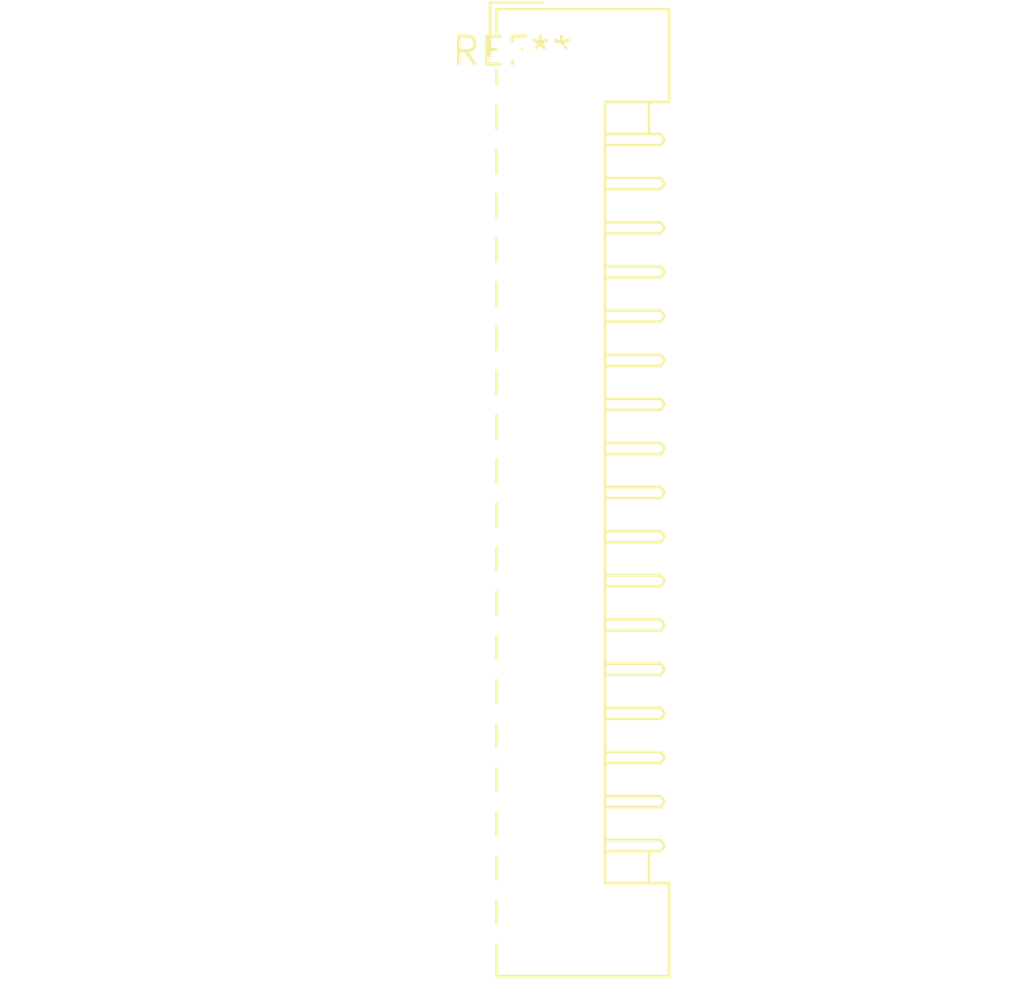
<source format=kicad_pcb>
(kicad_pcb (version 20240108) (generator pcbnew)
  (layers (0 "F.Cu" signal) (31 "B.Cu" signal) (34 "B.Paste" user) (35 "F.Paste" user) (36 "B.SilkS" user "B.Silkscreen") (37 "F.SilkS" user "F.Silkscreen") (38 "B.Mask" user) (39 "F.Mask" user) (44 "Edge.Cuts" user))
  (net 0 "")
  (footprint "JAE_LY20-42P-DLT1_2x21_P2.00mm_Horizontal" (layer "F.Cu") (at 0 0)
    (property "Reference" "REF**")
    (property "Value" "JAE_LY20-42P-DLT1_2x21_P2.00mm_Horizontal")
    (fp_line (start -1.01 -2.21) (end -1.01 0.2) (layer "F.SilkS") (stroke (width 0.12)))
    (fp_line (start -0.71 -1.91) (end -0.71 -0.86) (layer "F.SilkS") (stroke (width 0.12)))
    (fp_line (start -0.71 -1.91) (end 7.11 -1.91) (layer "F.SilkS") (stroke (width 0.12)))
    (fp_line (start -0.71 0.86) (end -0.71 1.514717) (layer "F.SilkS") (stroke (width 0.12)))
    (fp_line (start -0.71 2.485283) (end -0.71 3.514717) (layer "F.SilkS") (stroke (width 0.12)))
    (fp_line (start -0.71 4.485283) (end -0.71 5.514717) (layer "F.SilkS") (stroke (width 0.12)))
    (fp_line (start -0.71 6.485283) (end -0.71 7.514717) (layer "F.SilkS") (stroke (width 0.12)))
    (fp_line (start -0.71 8.485283) (end -0.71 9.514717) (layer "F.SilkS") (stroke (width 0.12)))
    (fp_line (start -0.71 10.485283) (end -0.71 11.514717) (layer "F.SilkS") (stroke (width 0.12)))
    (fp_line (start -0.71 12.485283) (end -0.71 13.514717) (layer "F.SilkS") (stroke (width 0.12)))
    (fp_line (start -0.71 14.485283) (end -0.71 15.514717) (layer "F.SilkS") (stroke (width 0.12)))
    (fp_line (start -0.71 16.485283) (end -0.71 17.514717) (layer "F.SilkS") (stroke (width 0.12)))
    (fp_line (start -0.71 18.485283) (end -0.71 19.514717) (layer "F.SilkS") (stroke (width 0.12)))
    (fp_line (start -0.71 20.485283) (end -0.71 21.514717) (layer "F.SilkS") (stroke (width 0.12)))
    (fp_line (start -0.71 22.485283) (end -0.71 23.514717) (layer "F.SilkS") (stroke (width 0.12)))
    (fp_line (start -0.71 24.485283) (end -0.71 25.514717) (layer "F.SilkS") (stroke (width 0.12)))
    (fp_line (start -0.71 26.485283) (end -0.71 27.514717) (layer "F.SilkS") (stroke (width 0.12)))
    (fp_line (start -0.71 28.485283) (end -0.71 29.514717) (layer "F.SilkS") (stroke (width 0.12)))
    (fp_line (start -0.71 30.485283) (end -0.71 31.514717) (layer "F.SilkS") (stroke (width 0.12)))
    (fp_line (start -0.71 32.485283) (end -0.71 33.514717) (layer "F.SilkS") (stroke (width 0.12)))
    (fp_line (start -0.71 34.485283) (end -0.71 35.514717) (layer "F.SilkS") (stroke (width 0.12)))
    (fp_line (start -0.71 36.485283) (end -0.71 37.514717) (layer "F.SilkS") (stroke (width 0.12)))
    (fp_line (start -0.71 38.485283) (end -0.71 39.514717) (layer "F.SilkS") (stroke (width 0.12)))
    (fp_line (start -0.71 40.485283) (end -0.71 41.91) (layer "F.SilkS") (stroke (width 0.12)))
    (fp_line (start -0.71 41.91) (end 7.11 41.91) (layer "F.SilkS") (stroke (width 0.12)))
    (fp_line (start 1.4 -2.21) (end -1.01 -2.21) (layer "F.SilkS") (stroke (width 0.12)))
    (fp_line (start 4.2 2.3) (end 4.2 20) (layer "F.SilkS") (stroke (width 0.12)))
    (fp_line (start 4.2 3.75) (end 6.733333 3.75) (layer "F.SilkS") (stroke (width 0.12)))
    (fp_line (start 4.2 5.75) (end 6.733333 5.75) (layer "F.SilkS") (stroke (width 0.12)))
    (fp_line (start 4.2 7.75) (end 6.733333 7.75) (layer "F.SilkS") (stroke (width 0.12)))
    (fp_line (start 4.2 9.75) (end 6.733333 9.75) (layer "F.SilkS") (stroke (width 0.12)))
    (fp_line (start 4.2 11.75) (end 6.733333 11.75) (layer "F.SilkS") (stroke (width 0.12)))
    (fp_line (start 4.2 13.75) (end 6.733333 13.75) (layer "F.SilkS") (stroke (width 0.12)))
    (fp_line (start 4.2 15.75) (end 6.733333 15.75) (layer "F.SilkS") (stroke (width 0.12)))
    (fp_line (start 4.2 17.75) (end 6.733333 17.75) (layer "F.SilkS") (stroke (width 0.12)))
    (fp_line (start 4.2 19.75) (end 6.733333 19.75) (layer "F.SilkS") (stroke (width 0.12)))
    (fp_line (start 4.2 21.75) (end 6.733333 21.75) (layer "F.SilkS") (stroke (width 0.12)))
    (fp_line (start 4.2 23.75) (end 6.733333 23.75) (layer "F.SilkS") (stroke (width 0.12)))
    (fp_line (start 4.2 25.75) (end 6.733333 25.75) (layer "F.SilkS") (stroke (width 0.12)))
    (fp_line (start 4.2 27.75) (end 6.733333 27.75) (layer "F.SilkS") (stroke (width 0.12)))
    (fp_line (start 4.2 29.75) (end 6.733333 29.75) (layer "F.SilkS") (stroke (width 0.12)))
    (fp_line (start 4.2 31.75) (end 6.733333 31.75) (layer "F.SilkS") (stroke (width 0.12)))
    (fp_line (start 4.2 33.75) (end 6.733333 33.75) (layer "F.SilkS") (stroke (width 0.12)))
    (fp_line (start 4.2 35.75) (end 6.733333 35.75) (layer "F.SilkS") (stroke (width 0.12)))
    (fp_line (start 4.2 37.7) (end 4.2 20) (layer "F.SilkS") (stroke (width 0.12)))
    (fp_line (start 6.2 2.3) (end 6.2 3.75) (layer "F.SilkS") (stroke (width 0.12)))
    (fp_line (start 6.2 37.7) (end 6.2 36.25) (layer "F.SilkS") (stroke (width 0.12)))
    (fp_line (start 6.733333 3.75) (end 6.9 4) (layer "F.SilkS") (stroke (width 0.12)))
    (fp_line (start 6.733333 4.25) (end 4.2 4.25) (layer "F.SilkS") (stroke (width 0.12)))
    (fp_line (start 6.733333 5.75) (end 6.9 6) (layer "F.SilkS") (stroke (width 0.12)))
    (fp_line (start 6.733333 6.25) (end 4.2 6.25) (layer "F.SilkS") (stroke (width 0.12)))
    (fp_line (start 6.733333 7.75) (end 6.9 8) (layer "F.SilkS") (stroke (width 0.12)))
    (fp_line (start 6.733333 8.25) (end 4.2 8.25) (layer "F.SilkS") (stroke (width 0.12)))
    (fp_line (start 6.733333 9.75) (end 6.9 10) (layer "F.SilkS") (stroke (width 0.12)))
    (fp_line (start 6.733333 10.25) (end 4.2 10.25) (layer "F.SilkS") (stroke (width 0.12)))
    (fp_line (start 6.733333 11.75) (end 6.9 12) (layer "F.SilkS") (stroke (width 0.12)))
    (fp_line (start 6.733333 12.25) (end 4.2 12.25) (layer "F.SilkS") (stroke (width 0.12)))
    (fp_line (start 6.733333 13.75) (end 6.9 14) (layer "F.SilkS") (stroke (width 0.12)))
    (fp_line (start 6.733333 14.25) (end 4.2 14.25) (layer "F.SilkS") (stroke (width 0.12)))
    (fp_line (start 6.733333 15.75) (end 6.9 16) (layer "F.SilkS") (stroke (width 0.12)))
    (fp_line (start 6.733333 16.25) (end 4.2 16.25) (layer "F.SilkS") (stroke (width 0.12)))
    (fp_line (start 6.733333 17.75) (end 6.9 18) (layer "F.SilkS") (stroke (width 0.12)))
    (fp_line (start 6.733333 18.25) (end 4.2 18.25) (layer "F.SilkS") (stroke (width 0.12)))
    (fp_line (start 6.733333 19.75) (end 6.9 20) (layer "F.SilkS") (stroke (width 0.12)))
    (fp_line (start 6.733333 20.25) (end 4.2 20.25) (layer "F.SilkS") (stroke (width 0.12)))
    (fp_line (start 6.733333 21.75) (end 6.9 22) (layer "F.SilkS") (stroke (width 0.12)))
    (fp_line (start 6.733333 22.25) (end 4.2 22.25) (layer "F.SilkS") (stroke (width 0.12)))
    (fp_line (start 6.733333 23.75) (end 6.9 24) (layer "F.SilkS") (stroke (width 0.12)))
    (fp_line (start 6.733333 24.25) (end 4.2 24.25) (layer "F.SilkS") (stroke (width 0.12)))
    (fp_line (start 6.733333 25.75) (end 6.9 26) (layer "F.SilkS") (stroke (width 0.12)))
    (fp_line (start 6.733333 26.25) (end 4.2 26.25) (layer "F.SilkS") (stroke (width 0.12)))
    (fp_line (start 6.733333 27.75) (end 6.9 28) (layer "F.SilkS") (stroke (width 0.12)))
    (fp_line (start 6.733333 28.25) (end 4.2 28.25) (layer "F.SilkS") (stroke (width 0.12)))
    (fp_line (start 6.733333 29.75) (end 6.9 30) (layer "F.SilkS") (stroke (width 0.12)))
    (fp_line (start 6.733333 30.25) (end 4.2 30.25) (layer "F.SilkS") (stroke (width 0.12)))
    (fp_line (start 6.733333 31.75) (end 6.9 32) (layer "F.SilkS") (stroke (width 0.12)))
    (fp_line (start 6.733333 32.25) (end 4.2 32.25) (layer "F.SilkS") (stroke (width 0.12)))
    (fp_line (start 6.733333 33.75) (end 6.9 34) (layer "F.SilkS") (stroke (width 0.12)))
    (fp_line (start 6.733333 34.25) (end 4.2 34.25) (layer "F.SilkS") (stroke (width 0.12)))
    (fp_line (start 6.733333 35.75) (end 6.9 36) (layer "F.SilkS") (stroke (width 0.12)))
    (fp_line (start 6.733333 36.25) (end 4.2 36.25) (layer "F.SilkS") (stroke (width 0.12)))
    (fp_line (start 6.9 4) (end 6.733333 4.25) (layer "F.SilkS") (stroke (width 0.12)))
    (fp_line (start 6.9 6) (end 6.733333 6.25) (layer "F.SilkS") (stroke (width 0.12)))
    (fp_line (start 6.9 8) (end 6.733333 8.25) (layer "F.SilkS") (stroke (width 0.12)))
    (fp_line (start 6.9 10) (end 6.733333 10.25) (layer "F.SilkS") (stroke (width 0.12)))
    (fp_line (start 6.9 12) (end 6.733333 12.25) (layer "F.SilkS") (stroke (width 0.12)))
    (fp_line (start 6.9 14) (end 6.733333 14.25) (layer "F.SilkS") (stroke (width 0.12)))
    (fp_line (start 6.9 16) (end 6.733333 16.25) (layer "F.SilkS") (stroke (width 0.12)))
    (fp_line (start 6.9 18) (end 6.733333 18.25) (layer "F.SilkS") (stroke (width 0.12)))
    (fp_line (start 6.9 20) (end 6.733333 20.25) (layer "F.SilkS") (stroke (width 0.12)))
    (fp_line (start 6.9 22) (end 6.733333 22.25) (layer "F.SilkS") (stroke (width 0.12)))
    (fp_line (start 6.9 24) (end 6.733333 24.25) (layer "F.SilkS") (stroke (width 0.12)))
    (fp_line (start 6.9 26) (end 6.733333 26.25) (layer "F.SilkS") (stroke (width 0.12)))
    (fp_line (start 6.9 28) (end 6.733333 28.25) (layer "F.SilkS") (stroke (width 0.12)))
    (fp_line (start 6.9 30) (end 6.733333 30.25) (layer "F.SilkS") (stroke (width 0.12)))
    (fp_line (start 6.9 32) (end 6.733333 32.25) (layer "F.SilkS") (stroke (width 0.12)))
    (fp_line (start 6.9 34) (end 6.733333 34.25) (layer "F.SilkS") (stroke (width 0.12)))
    (fp_line (start 6.9 36) (end 6.733333 36.25) (layer "F.SilkS") (stroke (width 0.12)))
    (fp_line (start 7.11 -1.91) (end 7.11 2.3) (layer "F.SilkS") (stroke (width 0.12)))
    (fp_line (start 7.11 2.3) (end 4.2 2.3) (layer "F.SilkS") (stroke (width 0.12)))
    (fp_line (start 7.11 37.7) (end 4.2 37.7) (layer "F.SilkS") (stroke (width 0.12)))
    (fp_line (start 7.11 41.91) (end 7.11 37.7) (layer "F.SilkS") (stroke (width 0.12)))
    (pad "a1" thru_hole roundrect (at 0 0) (size 1.2 1.2) (drill 0.8) (layers *.Cu *.Mask) (remove_unused_layers) (roundrect_rratio 0.208333))
    (pad "a2" thru_hole circle (at 0 2) (size 1.2 1.2) (drill 0.8) (layers *.Cu *.Mask) (remove_unused_layers))
    (pad "a3" thru_hole circle (at 0 4) (size 1.2 1.2) (drill 0.8) (layers *.Cu *.Mask) (remove_unused_layers))
    (pad "a4" thru_hole circle (at 0 6) (size 1.2 1.2) (drill 0.8) (layers *.Cu *.Mask) (remove_unused_layers))
    (pad "a5" thru_hole circle (at 0 8) (size 1.2 1.2) (drill 0.8) (layers *.Cu *.Mask) (remove_unused_layers))
    (pad "a6" thru_hole circle (at 0 10) (size 1.2 1.2) (drill 0.8) (layers *.Cu *.Mask) (remove_unused_layers))
    (pad "a7" thru_hole circle (at 0 12) (size 1.2 1.2) (drill 0.8) (layers *.Cu *.Mask) (remove_unused_layers))
    (pad "a8" thru_hole circle (at 0 14) (size 1.2 1.2) (drill 0.8) (layers *.Cu *.Mask) (remove_unused_layers))
    (pad "a9" thru_hole circle (at 0 16) (size 1.2 1.2) (drill 0.8) (layers *.Cu *.Mask) (remove_unused_layers))
    (pad "a10" thru_hole circle (at 0 18) (size 1.2 1.2) (drill 0.8) (layers *.Cu *.Mask) (remove_unused_layers))
    (pad "a11" thru_hole circle (at 0 20) (size 1.2 1.2) (drill 0.8) (layers *.Cu *.Mask) (remove_unused_layers))
    (pad "a12" thru_hole circle (at 0 22) (size 1.2 1.2) (drill 0.8) (layers *.Cu *.Mask) (remove_unused_layers))
    (pad "a13" thru_hole circle (at 0 24) (size 1.2 1.2) (drill 0.8) (layers *.Cu *.Mask) (remove_unused_layers))
    (pad "a14" thru_hole circle (at 0 26) (size 1.2 1.2) (drill 0.8) (layers *.Cu *.Mask) (remove_unused_layers))
    (pad "a15" thru_hole circle (at 0 28) (size 1.2 1.2) (drill 0.8) (layers *.Cu *.Mask) (remove_unused_layers))
    (pad "a16" thru_hole circle (at 0 30) (size 1.2 1.2) (drill 0.8) (layers *.Cu *.Mask) (remove_unused_layers))
    (pad "a17" thru_hole circle (at 0 32) (size 1.2 1.2) (drill 0.8) (layers *.Cu *.Mask) (remove_unused_layers))
    (pad "a18" thru_hole circle (at 0 34) (size 1.2 1.2) (drill 0.8) (layers *.Cu *.Mask) (remove_unused_layers))
    (pad "a19" thru_hole circle (at 0 36) (size 1.2 1.2) (drill 0.8) (layers *.Cu *.Mask) (remove_unused_layers))
    (pad "a20" thru_hole circle (at 0 38) (size 1.2 1.2) (drill 0.8) (layers *.Cu *.Mask) (remove_unused_layers))
    (pad "a21" thru_hole circle (at 0 40) (size 1.2 1.2) (drill 0.8) (layers *.Cu *.Mask) (remove_unused_layers))
    (pad "b1" thru_hole circle (at 2 0) (size 1.2 1.2) (drill 0.8) (layers *.Cu *.Mask) (remove_unused_layers))
    (pad "b2" thru_hole circle (at 2 2) (size 1.2 1.2) (drill 0.8) (layers *.Cu *.Mask) (remove_unused_layers))
    (pad "b3" thru_hole circle (at 2 4) (size 1.2 1.2) (drill 0.8) (layers *.Cu *.Mask) (remove_unused_layers))
    (pad "b4" thru_hole circle (at 2 6) (size 1.2 1.2) (drill 0.8) (layers *.Cu *.Mask) (remove_unused_layers))
    (pad "b5" thru_hole circle (at 2 8) (size 1.2 1.2) (drill 0.8) (layers *.Cu *.Mask) (remove_unused_layers))
    (pad "b6" thru_hole circle (at 2 10) (size 1.2 1.2) (drill 0.8) (layers *.Cu *.Mask) (remove_unused_layers))
    (pad "b7" thru_hole circle (at 2 12) (size 1.2 1.2) (drill 0.8) (layers *.Cu *.Mask) (remove_unused_layers))
    (pad "b8" thru_hole circle (at 2 14) (size 1.2 1.2) (drill 0.8) (layers *.Cu *.Mask) (remove_unused_layers))
    (pad "b9" thru_hole circle (at 2 16) (size 1.2 1.2) (drill 0.8) (layers *.Cu *.Mask) (remove_unused_layers))
    (pad "b10" thru_hole circle (at 2 18) (size 1.2 1.2) (drill 0.8) (layers *.Cu *.Mask) (remove_unused_layers))
    (pad "b11" thru_hole circle (at 2 20) (size 1.2 1.2) (drill 0.8) (layers *.Cu *.Mask) (remove_unused_layers))
    (pad "b12" thru_hole circle (at 2 22) (size 1.2 1.2) (drill 0.8) (layers *.Cu *.Mask) (remove_unused_layers))
    (pad "b13" thru_hole circle (at 2 24) (size 1.2 1.2) (drill 0.8) (layers *.Cu *.Mask) (remove_unused_layers))
    (pad "b14" thru_hole circle (at 2 26) (size 1.2 1.2) (drill 0.8) (layers *.Cu *.Mask) (remove_unused_layers))
    (pad "b15" thru_hole circle (at 2 28) (size 1.2 1.2) (drill 0.8) (layers *.Cu *.Mask) (remove_unused_layers))
    (pad "b16" thru_hole circle (at 2 30) (size 1.2 1.2) (drill 0.8) (layers *.Cu *.Mask) (remove_unused_layers))
    (pad "b17" thru_hole circle (at 2 32) (size 1.2 1.2) (drill 0.8) (layers *.Cu *.Mask) (remove_unused_layers))
    (pad "b18" thru_hole circle (at 2 34) (size 1.2 1.2) (drill 0.8) (layers *.Cu *.Mask) (remove_unused_layers))
    (pad "b19" thru_hole circle (at 2 36) (size 1.2 1.2) (drill 0.8) (layers *.Cu *.Mask) (remove_unused_layers))
    (pad "b20" thru_hole circle (at 2 38) (size 1.2 1.2) (drill 0.8) (layers *.Cu *.Mask) (remove_unused_layers))
    (pad "b21" thru_hole circle (at 2 40) (size 1.2 1.2) (drill 0.8) (layers *.Cu *.Mask) (remove_unused_layers))
  )
)
</source>
